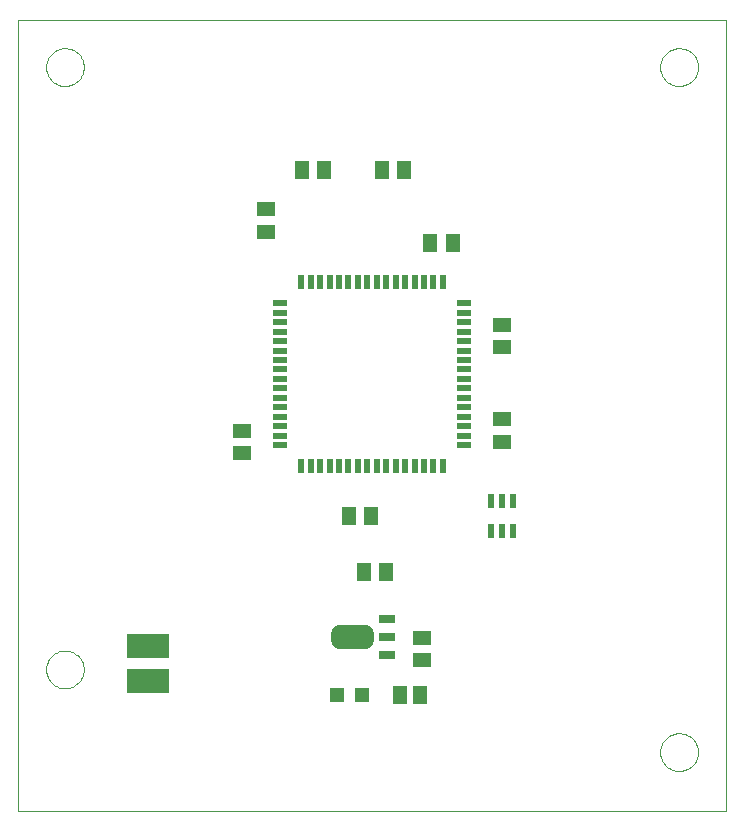
<source format=gtp>
G75*
%MOIN*%
%OFA0B0*%
%FSLAX24Y24*%
%IPPOS*%
%LPD*%
%AMOC8*
5,1,8,0,0,1.08239X$1,22.5*
%
%ADD10C,0.0000*%
%ADD11R,0.0220X0.0470*%
%ADD12R,0.0470X0.0220*%
%ADD13R,0.0551X0.0315*%
%ADD14C,0.0600*%
%ADD15R,0.0591X0.0512*%
%ADD16R,0.0512X0.0591*%
%ADD17R,0.1437X0.0807*%
%ADD18R,0.0220X0.0500*%
%ADD19R,0.0472X0.0472*%
D10*
X000389Y000891D02*
X000389Y027269D01*
X024011Y027269D01*
X024011Y000891D01*
X000389Y000891D01*
X001333Y005615D02*
X001335Y005665D01*
X001341Y005715D01*
X001351Y005764D01*
X001365Y005812D01*
X001382Y005859D01*
X001403Y005904D01*
X001428Y005948D01*
X001456Y005989D01*
X001488Y006028D01*
X001522Y006065D01*
X001559Y006099D01*
X001599Y006129D01*
X001641Y006156D01*
X001685Y006180D01*
X001731Y006201D01*
X001778Y006217D01*
X001826Y006230D01*
X001876Y006239D01*
X001925Y006244D01*
X001976Y006245D01*
X002026Y006242D01*
X002075Y006235D01*
X002124Y006224D01*
X002172Y006209D01*
X002218Y006191D01*
X002263Y006169D01*
X002306Y006143D01*
X002347Y006114D01*
X002386Y006082D01*
X002422Y006047D01*
X002454Y006009D01*
X002484Y005969D01*
X002511Y005926D01*
X002534Y005882D01*
X002553Y005836D01*
X002569Y005788D01*
X002581Y005739D01*
X002589Y005690D01*
X002593Y005640D01*
X002593Y005590D01*
X002589Y005540D01*
X002581Y005491D01*
X002569Y005442D01*
X002553Y005394D01*
X002534Y005348D01*
X002511Y005304D01*
X002484Y005261D01*
X002454Y005221D01*
X002422Y005183D01*
X002386Y005148D01*
X002347Y005116D01*
X002306Y005087D01*
X002263Y005061D01*
X002218Y005039D01*
X002172Y005021D01*
X002124Y005006D01*
X002075Y004995D01*
X002026Y004988D01*
X001976Y004985D01*
X001925Y004986D01*
X001876Y004991D01*
X001826Y005000D01*
X001778Y005013D01*
X001731Y005029D01*
X001685Y005050D01*
X001641Y005074D01*
X001599Y005101D01*
X001559Y005131D01*
X001522Y005165D01*
X001488Y005202D01*
X001456Y005241D01*
X001428Y005282D01*
X001403Y005326D01*
X001382Y005371D01*
X001365Y005418D01*
X001351Y005466D01*
X001341Y005515D01*
X001335Y005565D01*
X001333Y005615D01*
X001333Y025694D02*
X001335Y025744D01*
X001341Y025794D01*
X001351Y025843D01*
X001365Y025891D01*
X001382Y025938D01*
X001403Y025983D01*
X001428Y026027D01*
X001456Y026068D01*
X001488Y026107D01*
X001522Y026144D01*
X001559Y026178D01*
X001599Y026208D01*
X001641Y026235D01*
X001685Y026259D01*
X001731Y026280D01*
X001778Y026296D01*
X001826Y026309D01*
X001876Y026318D01*
X001925Y026323D01*
X001976Y026324D01*
X002026Y026321D01*
X002075Y026314D01*
X002124Y026303D01*
X002172Y026288D01*
X002218Y026270D01*
X002263Y026248D01*
X002306Y026222D01*
X002347Y026193D01*
X002386Y026161D01*
X002422Y026126D01*
X002454Y026088D01*
X002484Y026048D01*
X002511Y026005D01*
X002534Y025961D01*
X002553Y025915D01*
X002569Y025867D01*
X002581Y025818D01*
X002589Y025769D01*
X002593Y025719D01*
X002593Y025669D01*
X002589Y025619D01*
X002581Y025570D01*
X002569Y025521D01*
X002553Y025473D01*
X002534Y025427D01*
X002511Y025383D01*
X002484Y025340D01*
X002454Y025300D01*
X002422Y025262D01*
X002386Y025227D01*
X002347Y025195D01*
X002306Y025166D01*
X002263Y025140D01*
X002218Y025118D01*
X002172Y025100D01*
X002124Y025085D01*
X002075Y025074D01*
X002026Y025067D01*
X001976Y025064D01*
X001925Y025065D01*
X001876Y025070D01*
X001826Y025079D01*
X001778Y025092D01*
X001731Y025108D01*
X001685Y025129D01*
X001641Y025153D01*
X001599Y025180D01*
X001559Y025210D01*
X001522Y025244D01*
X001488Y025281D01*
X001456Y025320D01*
X001428Y025361D01*
X001403Y025405D01*
X001382Y025450D01*
X001365Y025497D01*
X001351Y025545D01*
X001341Y025594D01*
X001335Y025644D01*
X001333Y025694D01*
X021806Y025694D02*
X021808Y025744D01*
X021814Y025794D01*
X021824Y025843D01*
X021838Y025891D01*
X021855Y025938D01*
X021876Y025983D01*
X021901Y026027D01*
X021929Y026068D01*
X021961Y026107D01*
X021995Y026144D01*
X022032Y026178D01*
X022072Y026208D01*
X022114Y026235D01*
X022158Y026259D01*
X022204Y026280D01*
X022251Y026296D01*
X022299Y026309D01*
X022349Y026318D01*
X022398Y026323D01*
X022449Y026324D01*
X022499Y026321D01*
X022548Y026314D01*
X022597Y026303D01*
X022645Y026288D01*
X022691Y026270D01*
X022736Y026248D01*
X022779Y026222D01*
X022820Y026193D01*
X022859Y026161D01*
X022895Y026126D01*
X022927Y026088D01*
X022957Y026048D01*
X022984Y026005D01*
X023007Y025961D01*
X023026Y025915D01*
X023042Y025867D01*
X023054Y025818D01*
X023062Y025769D01*
X023066Y025719D01*
X023066Y025669D01*
X023062Y025619D01*
X023054Y025570D01*
X023042Y025521D01*
X023026Y025473D01*
X023007Y025427D01*
X022984Y025383D01*
X022957Y025340D01*
X022927Y025300D01*
X022895Y025262D01*
X022859Y025227D01*
X022820Y025195D01*
X022779Y025166D01*
X022736Y025140D01*
X022691Y025118D01*
X022645Y025100D01*
X022597Y025085D01*
X022548Y025074D01*
X022499Y025067D01*
X022449Y025064D01*
X022398Y025065D01*
X022349Y025070D01*
X022299Y025079D01*
X022251Y025092D01*
X022204Y025108D01*
X022158Y025129D01*
X022114Y025153D01*
X022072Y025180D01*
X022032Y025210D01*
X021995Y025244D01*
X021961Y025281D01*
X021929Y025320D01*
X021901Y025361D01*
X021876Y025405D01*
X021855Y025450D01*
X021838Y025497D01*
X021824Y025545D01*
X021814Y025594D01*
X021808Y025644D01*
X021806Y025694D01*
X021806Y002859D02*
X021808Y002909D01*
X021814Y002959D01*
X021824Y003008D01*
X021838Y003056D01*
X021855Y003103D01*
X021876Y003148D01*
X021901Y003192D01*
X021929Y003233D01*
X021961Y003272D01*
X021995Y003309D01*
X022032Y003343D01*
X022072Y003373D01*
X022114Y003400D01*
X022158Y003424D01*
X022204Y003445D01*
X022251Y003461D01*
X022299Y003474D01*
X022349Y003483D01*
X022398Y003488D01*
X022449Y003489D01*
X022499Y003486D01*
X022548Y003479D01*
X022597Y003468D01*
X022645Y003453D01*
X022691Y003435D01*
X022736Y003413D01*
X022779Y003387D01*
X022820Y003358D01*
X022859Y003326D01*
X022895Y003291D01*
X022927Y003253D01*
X022957Y003213D01*
X022984Y003170D01*
X023007Y003126D01*
X023026Y003080D01*
X023042Y003032D01*
X023054Y002983D01*
X023062Y002934D01*
X023066Y002884D01*
X023066Y002834D01*
X023062Y002784D01*
X023054Y002735D01*
X023042Y002686D01*
X023026Y002638D01*
X023007Y002592D01*
X022984Y002548D01*
X022957Y002505D01*
X022927Y002465D01*
X022895Y002427D01*
X022859Y002392D01*
X022820Y002360D01*
X022779Y002331D01*
X022736Y002305D01*
X022691Y002283D01*
X022645Y002265D01*
X022597Y002250D01*
X022548Y002239D01*
X022499Y002232D01*
X022449Y002229D01*
X022398Y002230D01*
X022349Y002235D01*
X022299Y002244D01*
X022251Y002257D01*
X022204Y002273D01*
X022158Y002294D01*
X022114Y002318D01*
X022072Y002345D01*
X022032Y002375D01*
X021995Y002409D01*
X021961Y002446D01*
X021929Y002485D01*
X021901Y002526D01*
X021876Y002570D01*
X021855Y002615D01*
X021838Y002662D01*
X021824Y002710D01*
X021814Y002759D01*
X021808Y002809D01*
X021806Y002859D01*
D11*
X014562Y012387D03*
X014247Y012387D03*
X013932Y012387D03*
X013617Y012387D03*
X013302Y012387D03*
X012987Y012387D03*
X012672Y012387D03*
X012357Y012387D03*
X012042Y012387D03*
X011727Y012387D03*
X011412Y012387D03*
X011097Y012387D03*
X010782Y012387D03*
X010467Y012387D03*
X010152Y012387D03*
X009837Y012387D03*
X009837Y018528D03*
X010152Y018528D03*
X010467Y018528D03*
X010782Y018528D03*
X011097Y018528D03*
X011412Y018528D03*
X011727Y018528D03*
X012042Y018528D03*
X012357Y018528D03*
X012672Y018528D03*
X012987Y018528D03*
X013302Y018528D03*
X013617Y018528D03*
X013932Y018528D03*
X014247Y018528D03*
X014562Y018528D03*
D12*
X015270Y017820D03*
X015270Y017505D03*
X015270Y017190D03*
X015270Y016875D03*
X015270Y016560D03*
X015270Y016245D03*
X015270Y015930D03*
X015270Y015615D03*
X015270Y015300D03*
X015270Y014985D03*
X015270Y014670D03*
X015270Y014355D03*
X015270Y014040D03*
X015270Y013725D03*
X015270Y013410D03*
X015270Y013095D03*
X009129Y013095D03*
X009129Y013410D03*
X009129Y013725D03*
X009129Y014040D03*
X009129Y014355D03*
X009129Y014670D03*
X009129Y014985D03*
X009129Y015300D03*
X009129Y015615D03*
X009129Y015930D03*
X009129Y016245D03*
X009129Y016560D03*
X009129Y016875D03*
X009129Y017190D03*
X009129Y017505D03*
X009129Y017820D03*
D13*
X012684Y007288D03*
X012684Y006698D03*
X012684Y006107D03*
D14*
X011952Y006598D02*
X011952Y006798D01*
X011952Y006598D02*
X011116Y006598D01*
X011116Y006798D01*
X011952Y006798D01*
D15*
X013873Y006678D03*
X013873Y005930D03*
X007869Y012820D03*
X007869Y013568D03*
X008656Y020202D03*
X008656Y020950D03*
X016530Y017111D03*
X016530Y016363D03*
X016530Y013961D03*
X016530Y013213D03*
D16*
X012672Y008863D03*
X011924Y008863D03*
X012180Y010733D03*
X011432Y010733D03*
X013144Y004778D03*
X013814Y004778D03*
X014139Y019837D03*
X014887Y019837D03*
X013263Y022249D03*
X012515Y022249D03*
X010605Y022249D03*
X009857Y022249D03*
D17*
X004719Y006402D03*
X004719Y005221D03*
D18*
X016160Y010223D03*
X016530Y010223D03*
X016900Y010223D03*
X016900Y011243D03*
X016530Y011243D03*
X016160Y011243D03*
D19*
X011875Y004778D03*
X011048Y004778D03*
M02*

</source>
